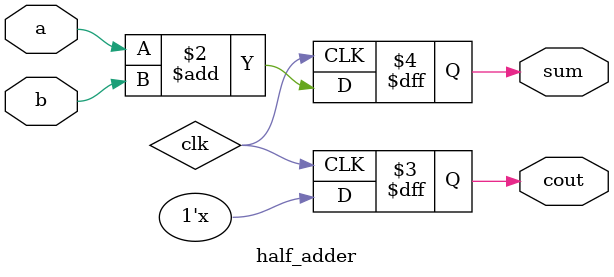
<source format=v>
module half_adder( 
input a, b,
output cout, sum );

always @(posedge clk)
begin
  sum <= (a + b);
  cout <= sum[7];
end
endmodule

</source>
